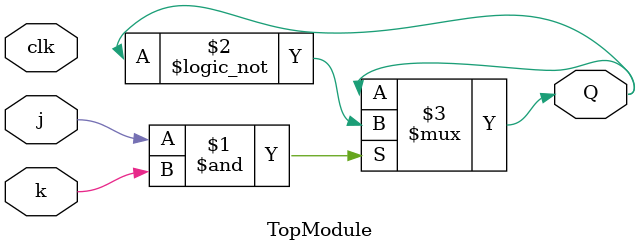
<source format=sv>

module TopModule (
  input clk,
  input j,
  input k,
  output reg Q
);
assign Q = (j & k) ? !Q : Q;

endmodule

</source>
